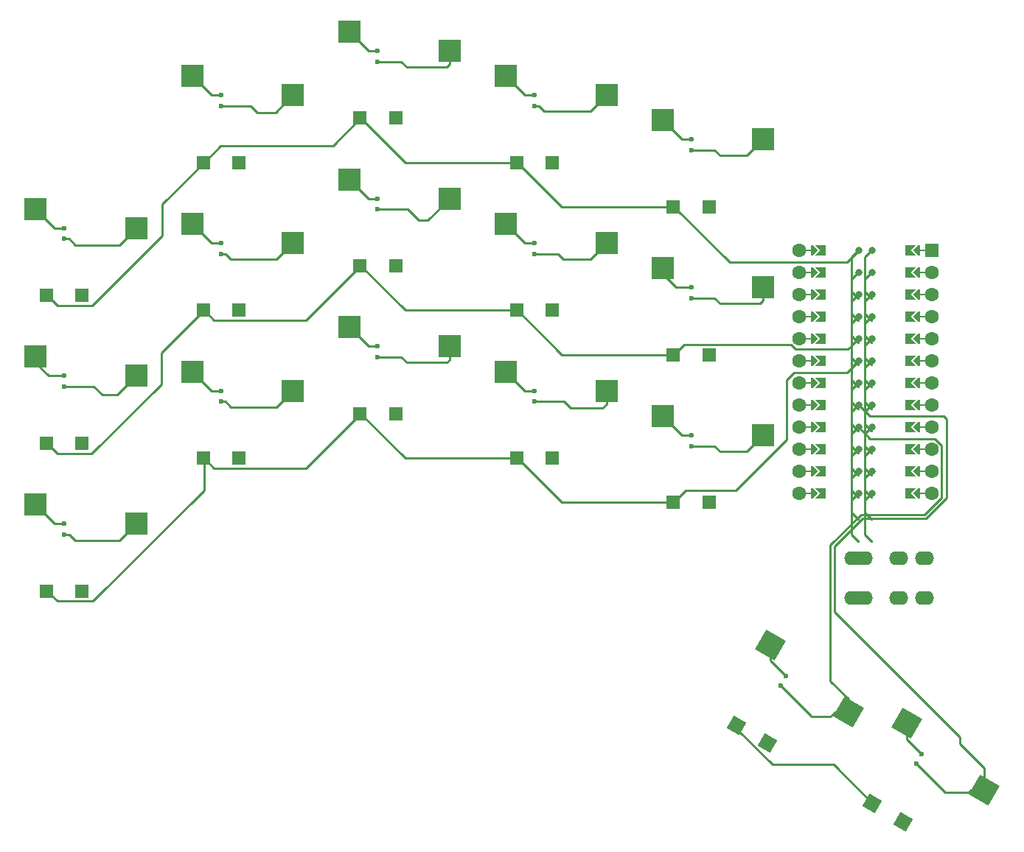
<source format=gbr>
%TF.GenerationSoftware,KiCad,Pcbnew,(6.0.6-1)-1*%
%TF.CreationDate,2022-08-23T15:15:48-05:00*%
%TF.ProjectId,smcboard,736d6362-6f61-4726-942e-6b696361645f,v1.0.0*%
%TF.SameCoordinates,Original*%
%TF.FileFunction,Copper,L2,Bot*%
%TF.FilePolarity,Positive*%
%FSLAX46Y46*%
G04 Gerber Fmt 4.6, Leading zero omitted, Abs format (unit mm)*
G04 Created by KiCad (PCBNEW (6.0.6-1)-1) date 2022-08-23 15:15:48*
%MOMM*%
%LPD*%
G01*
G04 APERTURE LIST*
G04 Aperture macros list*
%AMRotRect*
0 Rectangle, with rotation*
0 The origin of the aperture is its center*
0 $1 length*
0 $2 width*
0 $3 Rotation angle, in degrees counterclockwise*
0 Add horizontal line*
21,1,$1,$2,0,0,$3*%
%AMFreePoly0*
4,1,5,0.125000,-0.500000,-0.125000,-0.500000,-0.125000,0.500000,0.125000,0.500000,0.125000,-0.500000,0.125000,-0.500000,$1*%
%AMFreePoly1*
4,1,6,0.600000,0.200000,0.000000,-0.400000,-0.600000,0.200000,-0.600000,0.400000,0.600000,0.400000,0.600000,0.200000,0.600000,0.200000,$1*%
%AMFreePoly2*
4,1,49,0.004773,0.123721,0.009154,0.124665,0.028961,0.117240,0.062500,0.108253,0.068237,0.102516,0.075053,0.099961,0.087617,0.083136,0.108253,0.062500,0.111178,0.051584,0.117161,0.043572,0.118539,0.024114,0.125000,0.000000,0.121239,-0.014035,0.122131,-0.026629,0.113759,-0.041951,0.108253,-0.062500,0.095644,-0.075109,0.088389,-0.088388,-0.641000,-0.817776,-0.641000,-4.770224,
0.088389,-5.499612,0.109852,-5.528356,0.124665,-5.597154,0.099961,-5.663053,0.043572,-5.705161,-0.026629,-5.710131,-0.088388,-5.676389,-0.854388,-4.910388,-0.867707,-4.892552,-0.871189,-4.889530,-0.871982,-4.886826,-0.875852,-4.881644,-0.882331,-4.851549,-0.891000,-4.822000,-0.891000,-0.766000,-0.887805,-0.743969,-0.888131,-0.739371,-0.886780,-0.736898,-0.885852,-0.730498,-0.869151,-0.704632,
-0.854388,-0.677612,-0.088388,0.088389,-0.064606,0.106147,-0.062500,0.108253,-0.061385,0.108552,-0.059644,0.109852,-0.043806,0.113262,0.000000,0.125000,0.004773,0.123721,0.004773,0.123721,$1*%
%AMFreePoly3*
4,1,6,0.600000,-0.250000,-0.600000,-0.250000,-0.600000,1.000000,0.000000,0.400000,0.600000,1.000000,0.600000,-0.250000,0.600000,-0.250000,$1*%
G04 Aperture macros list end*
%TA.AperFunction,ComponentPad*%
%ADD10R,1.650000X1.650000*%
%TD*%
%TA.AperFunction,ComponentPad*%
%ADD11C,0.600000*%
%TD*%
%TA.AperFunction,SMDPad,CuDef*%
%ADD12RotRect,2.600000X2.600000X330.000000*%
%TD*%
%TA.AperFunction,ComponentPad*%
%ADD13RotRect,1.650000X1.650000X150.000000*%
%TD*%
%TA.AperFunction,ComponentPad*%
%ADD14RotRect,1.650000X1.650000X330.000000*%
%TD*%
%TA.AperFunction,SMDPad,CuDef*%
%ADD15R,2.600000X2.600000*%
%TD*%
%TA.AperFunction,ComponentPad*%
%ADD16O,2.200000X1.600000*%
%TD*%
%TA.AperFunction,SMDPad,CuDef*%
%ADD17FreePoly0,90.000000*%
%TD*%
%TA.AperFunction,SMDPad,CuDef*%
%ADD18FreePoly1,270.000000*%
%TD*%
%TA.AperFunction,ComponentPad*%
%ADD19C,1.600000*%
%TD*%
%TA.AperFunction,SMDPad,CuDef*%
%ADD20FreePoly0,270.000000*%
%TD*%
%TA.AperFunction,SMDPad,CuDef*%
%ADD21FreePoly1,90.000000*%
%TD*%
%TA.AperFunction,ComponentPad*%
%ADD22R,1.600000X1.600000*%
%TD*%
%TA.AperFunction,ComponentPad*%
%ADD23C,0.800000*%
%TD*%
%TA.AperFunction,SMDPad,CuDef*%
%ADD24FreePoly2,270.000000*%
%TD*%
%TA.AperFunction,SMDPad,CuDef*%
%ADD25FreePoly3,90.000000*%
%TD*%
%TA.AperFunction,SMDPad,CuDef*%
%ADD26FreePoly3,270.000000*%
%TD*%
%TA.AperFunction,SMDPad,CuDef*%
%ADD27FreePoly2,90.000000*%
%TD*%
%TA.AperFunction,Conductor*%
%ADD28C,0.250000*%
%TD*%
G04 APERTURE END LIST*
D10*
%TO.P,D6,1*%
%TO.N,P1*%
X90450000Y-49250000D03*
%TO.P,D6,2*%
%TO.N,ring_top*%
X94550000Y-49250000D03*
%TD*%
D11*
%TO.P,REF\u002A\u002A,1*%
%TO.N,P4*%
X146500000Y-64850000D03*
%TD*%
%TO.P,REF\u002A\u002A,1*%
%TO.N,P4*%
X146500000Y-47850000D03*
%TD*%
%TO.P,REF\u002A\u002A,1*%
%TO.N,P6*%
X110500000Y-71650000D03*
%TD*%
%TO.P,REF\u002A\u002A,1*%
%TO.N,P4*%
X146500000Y-81850000D03*
%TD*%
D12*
%TO.P,S16,1*%
%TO.N,near_thumb*%
X155638767Y-104759649D03*
%TO.P,S16,2*%
%TO.N,P6*%
X164541360Y-112439905D03*
%TD*%
D11*
%TO.P,REF\u002A\u002A,1*%
%TO.N,ring_bottom*%
X92500000Y-75500000D03*
%TD*%
%TO.P,REF\u002A\u002A,1*%
%TO.N,P7*%
X92500000Y-76750000D03*
%TD*%
D10*
%TO.P,D14,1*%
%TO.N,P2*%
X144450000Y-71350000D03*
%TO.P,D14,2*%
%TO.N,inner_home*%
X148550000Y-71350000D03*
%TD*%
D13*
%TO.P,D17,1*%
%TO.N,P9*%
X167313104Y-122989102D03*
D14*
%TO.P,D17,2*%
%TO.N,home_thumb*%
X170863810Y-125039102D03*
%TD*%
D15*
%TO.P,S9,1*%
%TO.N,middle_top*%
X107225000Y-34200000D03*
%TO.P,S9,2*%
%TO.N,P6*%
X118775000Y-36400000D03*
%TD*%
D11*
%TO.P,REF\u002A\u002A,1*%
%TO.N,pinky_bottom*%
X74500000Y-90800000D03*
%TD*%
%TO.P,REF\u002A\u002A,1*%
%TO.N,P8*%
X74500000Y-58050000D03*
%TD*%
D15*
%TO.P,S15,1*%
%TO.N,inner_top*%
X143225000Y-44400000D03*
%TO.P,S15,2*%
%TO.N,P4*%
X154775000Y-46600000D03*
%TD*%
D10*
%TO.P,D12,1*%
%TO.N,P1*%
X126450000Y-49250000D03*
%TO.P,D12,2*%
%TO.N,index_top*%
X130550000Y-49250000D03*
%TD*%
D11*
%TO.P,REF\u002A\u002A,1*%
%TO.N,pinky_home*%
X74500000Y-73800000D03*
%TD*%
%TO.P,REF\u002A\u002A,1*%
%TO.N,P5*%
X128500000Y-59750000D03*
%TD*%
D10*
%TO.P,D5,1*%
%TO.N,P2*%
X90450000Y-66250000D03*
%TO.P,D5,2*%
%TO.N,ring_home*%
X94550000Y-66250000D03*
%TD*%
D16*
%TO.P,REF\u002A\u002A,1*%
%TO.N,VCC*%
X165200000Y-99350000D03*
X165200000Y-94750000D03*
%TO.P,REF\u002A\u002A,2*%
X166300000Y-99350000D03*
X166300000Y-94750000D03*
%TO.P,REF\u002A\u002A,3*%
%TO.N,GND*%
X170300000Y-94750000D03*
X170300000Y-99350000D03*
%TO.P,REF\u002A\u002A,4*%
%TO.N,P0*%
X173300000Y-94750000D03*
X173300000Y-99350000D03*
%TD*%
D10*
%TO.P,D2,1*%
%TO.N,P2*%
X72450000Y-81550000D03*
%TO.P,D2,2*%
%TO.N,pinky_home*%
X76550000Y-81550000D03*
%TD*%
D11*
%TO.P,REF\u002A\u002A,1*%
%TO.N,P8*%
X74500000Y-92050000D03*
%TD*%
D15*
%TO.P,S3,1*%
%TO.N,pinky_top*%
X71225000Y-54600000D03*
%TO.P,S3,2*%
%TO.N,P8*%
X82775000Y-56800000D03*
%TD*%
D10*
%TO.P,D9,1*%
%TO.N,P1*%
X108450000Y-44150000D03*
%TO.P,D9,2*%
%TO.N,middle_top*%
X112550000Y-44150000D03*
%TD*%
D11*
%TO.P,REF\u002A\u002A,1*%
%TO.N,P6*%
X156750000Y-109384937D03*
%TD*%
%TO.P,REF\u002A\u002A,1*%
%TO.N,P7*%
X92500000Y-42750000D03*
%TD*%
D15*
%TO.P,S13,1*%
%TO.N,inner_bottom*%
X143225000Y-78400000D03*
%TO.P,S13,2*%
%TO.N,P4*%
X154775000Y-80600000D03*
%TD*%
D13*
%TO.P,D16,1*%
%TO.N,P9*%
X151724647Y-113989102D03*
D14*
%TO.P,D16,2*%
%TO.N,near_thumb*%
X155275353Y-116039102D03*
%TD*%
D10*
%TO.P,D13,1*%
%TO.N,P3*%
X144450000Y-88350000D03*
%TO.P,D13,2*%
%TO.N,inner_bottom*%
X148550000Y-88350000D03*
%TD*%
D15*
%TO.P,S14,1*%
%TO.N,inner_home*%
X143225000Y-61400000D03*
%TO.P,S14,2*%
%TO.N,P4*%
X154775000Y-63600000D03*
%TD*%
D10*
%TO.P,D10,1*%
%TO.N,P3*%
X126450000Y-83250000D03*
%TO.P,D10,2*%
%TO.N,index_bottom*%
X130550000Y-83250000D03*
%TD*%
D17*
%TO.P,MCU1,*%
%TO.N,*%
X160150000Y-79700000D03*
D18*
X172342000Y-77160000D03*
D19*
X158880000Y-74620000D03*
D18*
X172342000Y-61920000D03*
D17*
X160150000Y-74620000D03*
D18*
X172342000Y-64460000D03*
D20*
X172850000Y-59380000D03*
D19*
X174120000Y-74620000D03*
D17*
X160150000Y-64460000D03*
X160150000Y-82240000D03*
D18*
X172342000Y-87320000D03*
D21*
X160658000Y-87320000D03*
D19*
X158880000Y-79700000D03*
D21*
X160658000Y-69540000D03*
D20*
X172850000Y-67000000D03*
X172850000Y-79700000D03*
D18*
X172342000Y-74620000D03*
D20*
X172850000Y-82240000D03*
D19*
X158880000Y-77160000D03*
D20*
X172850000Y-74620000D03*
D21*
X160658000Y-84780000D03*
D20*
X172850000Y-64460000D03*
D18*
X172342000Y-69540000D03*
D19*
X174120000Y-59380000D03*
X158880000Y-64460000D03*
X158880000Y-87320000D03*
X158880000Y-82240000D03*
X174120000Y-84780000D03*
X174120000Y-82240000D03*
X158880000Y-59380000D03*
X174120000Y-61920000D03*
D22*
X174120000Y-59380000D03*
D17*
X160150000Y-77160000D03*
D19*
X174120000Y-64460000D03*
D18*
X172342000Y-79700000D03*
D21*
X160658000Y-64460000D03*
D17*
X160150000Y-87320000D03*
D20*
X172850000Y-87320000D03*
D17*
X160150000Y-61920000D03*
D20*
X172850000Y-69540000D03*
D18*
X172342000Y-72080000D03*
D21*
X160658000Y-59380000D03*
X160658000Y-79700000D03*
D20*
X172850000Y-72080000D03*
D19*
X158880000Y-84780000D03*
D20*
X172850000Y-61920000D03*
D19*
X174120000Y-87320000D03*
D17*
X160150000Y-84780000D03*
D20*
X172850000Y-77160000D03*
D21*
X160658000Y-61920000D03*
D18*
X172342000Y-82240000D03*
X172342000Y-84780000D03*
D19*
X158880000Y-67000000D03*
D17*
X160150000Y-59380000D03*
D19*
X158880000Y-61920000D03*
D17*
X160150000Y-67000000D03*
D21*
X160658000Y-82240000D03*
X160658000Y-72080000D03*
X160658000Y-74620000D03*
D19*
X158880000Y-72080000D03*
X174120000Y-72080000D03*
D20*
X172850000Y-84780000D03*
D19*
X174120000Y-69540000D03*
D21*
X160658000Y-67000000D03*
D19*
X174120000Y-77160000D03*
X174120000Y-79700000D03*
D17*
X160150000Y-72080000D03*
D21*
X160658000Y-77160000D03*
D17*
X160150000Y-69540000D03*
D18*
X172342000Y-67000000D03*
X172342000Y-59380000D03*
D19*
X174120000Y-67000000D03*
X158880000Y-69540000D03*
D23*
%TO.P,MCU1,1*%
%TO.N,RAW*%
X167262000Y-59380000D03*
D24*
X167262000Y-59380000D03*
D25*
X161674000Y-59380000D03*
%TO.P,MCU1,2*%
%TO.N,N/C*%
X161674000Y-61920000D03*
D23*
%TO.N,GND*%
X167262000Y-61920000D03*
D24*
X167262000Y-61920000D03*
%TO.P,MCU1,3*%
%TO.N,RST*%
X167262000Y-64460000D03*
D25*
X161674000Y-64460000D03*
D23*
X167262000Y-64460000D03*
%TO.P,MCU1,4*%
%TO.N,VCC*%
X167262000Y-67000000D03*
D25*
X161674000Y-67000000D03*
D24*
X167262000Y-67000000D03*
D23*
%TO.P,MCU1,5*%
%TO.N,P21*%
X167262000Y-69540000D03*
D25*
X161674000Y-69540000D03*
D24*
X167262000Y-69540000D03*
%TO.P,MCU1,6*%
%TO.N,P20*%
X167262000Y-72080000D03*
D25*
X161674000Y-72080000D03*
D23*
X167262000Y-72080000D03*
D25*
%TO.P,MCU1,7*%
%TO.N,P19*%
X161674000Y-74620000D03*
D24*
X167262000Y-74620000D03*
D23*
X167262000Y-74620000D03*
D25*
%TO.P,MCU1,8*%
%TO.N,P18*%
X161674000Y-77160000D03*
D24*
X167262000Y-77160000D03*
D23*
X167262000Y-77160000D03*
D24*
%TO.P,MCU1,9*%
%TO.N,P15*%
X167262000Y-79700000D03*
D23*
X167262000Y-79700000D03*
D25*
X161674000Y-79700000D03*
D24*
%TO.P,MCU1,10*%
%TO.N,P14*%
X167262000Y-82240000D03*
D23*
X167262000Y-82240000D03*
D25*
X161674000Y-82240000D03*
%TO.P,MCU1,11*%
%TO.N,P16*%
X161674000Y-84780000D03*
D24*
X167262000Y-84780000D03*
D23*
X167262000Y-84780000D03*
D24*
%TO.P,MCU1,12*%
%TO.N,P10*%
X167262000Y-87320000D03*
D25*
X161674000Y-87320000D03*
D23*
X167262000Y-87320000D03*
%TO.P,MCU1,13*%
%TO.N,P9*%
X165738000Y-87320000D03*
D26*
X171326000Y-87320000D03*
D27*
X165738000Y-87320000D03*
D26*
%TO.P,MCU1,14*%
%TO.N,P8*%
X171326000Y-84780000D03*
D23*
X165738000Y-84780000D03*
D27*
X165738000Y-84780000D03*
D26*
%TO.P,MCU1,15*%
%TO.N,P7*%
X171326000Y-82240000D03*
D23*
X165738000Y-82240000D03*
D27*
X165738000Y-82240000D03*
%TO.P,MCU1,16*%
%TO.N,P6*%
X165738000Y-79700000D03*
D26*
X171326000Y-79700000D03*
D23*
X165738000Y-79700000D03*
D26*
%TO.P,MCU1,17*%
%TO.N,P5*%
X171326000Y-77160000D03*
D27*
X165738000Y-77160000D03*
D23*
X165738000Y-77160000D03*
D27*
%TO.P,MCU1,18*%
%TO.N,P4*%
X165738000Y-74620000D03*
D23*
X165738000Y-74620000D03*
D26*
X171326000Y-74620000D03*
D23*
%TO.P,MCU1,19*%
%TO.N,P3*%
X165738000Y-72080000D03*
D27*
X165738000Y-72080000D03*
D26*
X171326000Y-72080000D03*
%TO.P,MCU1,20*%
%TO.N,P2*%
X171326000Y-69540000D03*
D27*
X165738000Y-69540000D03*
D23*
X165738000Y-69540000D03*
%TO.P,MCU1,21*%
%TO.N,GND*%
X165738000Y-67000000D03*
D27*
X165738000Y-67000000D03*
D26*
X171326000Y-67000000D03*
%TO.P,MCU1,22*%
X171326000Y-64460000D03*
D27*
X165738000Y-64460000D03*
D23*
X165738000Y-64460000D03*
D27*
%TO.P,MCU1,23*%
%TO.N,P0*%
X165738000Y-61920000D03*
D26*
X171326000Y-61920000D03*
D23*
X165738000Y-61920000D03*
D26*
%TO.P,MCU1,24*%
%TO.N,P1*%
X171326000Y-59380000D03*
D27*
X165738000Y-59380000D03*
D23*
X165738000Y-59380000D03*
%TD*%
D11*
%TO.P,REF\u002A\u002A,1*%
%TO.N,P6*%
X110500000Y-37650000D03*
%TD*%
%TO.P,REF\u002A\u002A,1*%
%TO.N,ring_top*%
X92500000Y-41500000D03*
%TD*%
D15*
%TO.P,S7,1*%
%TO.N,middle_bottom*%
X107225000Y-68200000D03*
%TO.P,S7,2*%
%TO.N,P6*%
X118775000Y-70400000D03*
%TD*%
D10*
%TO.P,D7,1*%
%TO.N,P3*%
X108450000Y-78150000D03*
%TO.P,D7,2*%
%TO.N,middle_bottom*%
X112550000Y-78150000D03*
%TD*%
D15*
%TO.P,S12,1*%
%TO.N,index_top*%
X125225000Y-39300000D03*
%TO.P,S12,2*%
%TO.N,P5*%
X136775000Y-41500000D03*
%TD*%
D11*
%TO.P,REF\u002A\u002A,1*%
%TO.N,P8*%
X74500000Y-75050000D03*
%TD*%
D15*
%TO.P,S6,1*%
%TO.N,ring_top*%
X89225000Y-39300000D03*
%TO.P,S6,2*%
%TO.N,P7*%
X100775000Y-41500000D03*
%TD*%
D11*
%TO.P,REF\u002A\u002A,1*%
%TO.N,P5*%
X128500000Y-76750000D03*
%TD*%
%TO.P,REF\u002A\u002A,1*%
%TO.N,inner_home*%
X146500000Y-63600000D03*
%TD*%
D15*
%TO.P,S5,1*%
%TO.N,ring_home*%
X89225000Y-56300000D03*
%TO.P,S5,2*%
%TO.N,P7*%
X100775000Y-58500000D03*
%TD*%
%TO.P,S2,1*%
%TO.N,pinky_home*%
X71225000Y-71600000D03*
%TO.P,S2,2*%
%TO.N,P8*%
X82775000Y-73800000D03*
%TD*%
D11*
%TO.P,REF\u002A\u002A,1*%
%TO.N,index_top*%
X128500000Y-41500000D03*
%TD*%
%TO.P,REF\u002A\u002A,1*%
%TO.N,index_home*%
X128500000Y-58500000D03*
%TD*%
D10*
%TO.P,D15,1*%
%TO.N,P1*%
X144450000Y-54350000D03*
%TO.P,D15,2*%
%TO.N,inner_top*%
X148550000Y-54350000D03*
%TD*%
D11*
%TO.P,REF\u002A\u002A,1*%
%TO.N,index_bottom*%
X128500000Y-75500000D03*
%TD*%
D15*
%TO.P,S1,1*%
%TO.N,pinky_bottom*%
X71225000Y-88600000D03*
%TO.P,S1,2*%
%TO.N,P8*%
X82775000Y-90800000D03*
%TD*%
%TO.P,S8,1*%
%TO.N,middle_home*%
X107225000Y-51200000D03*
%TO.P,S8,2*%
%TO.N,P6*%
X118775000Y-53400000D03*
%TD*%
D11*
%TO.P,REF\u002A\u002A,1*%
%TO.N,middle_top*%
X110500000Y-36400000D03*
%TD*%
D15*
%TO.P,S4,1*%
%TO.N,ring_bottom*%
X89225000Y-73300000D03*
%TO.P,S4,2*%
%TO.N,P7*%
X100775000Y-75500000D03*
%TD*%
D10*
%TO.P,D11,1*%
%TO.N,P2*%
X126450000Y-66250000D03*
%TO.P,D11,2*%
%TO.N,index_home*%
X130550000Y-66250000D03*
%TD*%
D11*
%TO.P,REF\u002A\u002A,1*%
%TO.N,P5*%
X128500000Y-42750000D03*
%TD*%
D10*
%TO.P,D4,1*%
%TO.N,P3*%
X90450000Y-83250000D03*
%TO.P,D4,2*%
%TO.N,ring_bottom*%
X94550000Y-83250000D03*
%TD*%
D11*
%TO.P,REF\u002A\u002A,1*%
%TO.N,near_thumb*%
X157375000Y-108302405D03*
%TD*%
%TO.P,REF\u002A\u002A,1*%
%TO.N,inner_bottom*%
X146500000Y-80600000D03*
%TD*%
%TO.P,REF\u002A\u002A,1*%
%TO.N,ring_home*%
X92500000Y-58500000D03*
%TD*%
D15*
%TO.P,S11,1*%
%TO.N,index_home*%
X125225000Y-56300000D03*
%TO.P,S11,2*%
%TO.N,P5*%
X136775000Y-58500000D03*
%TD*%
D10*
%TO.P,D3,1*%
%TO.N,P1*%
X72450000Y-64550000D03*
%TO.P,D3,2*%
%TO.N,pinky_top*%
X76550000Y-64550000D03*
%TD*%
D11*
%TO.P,REF\u002A\u002A,1*%
%TO.N,pinky_top*%
X74500000Y-56800000D03*
%TD*%
%TO.P,REF\u002A\u002A,1*%
%TO.N,home_thumb*%
X172963457Y-117302405D03*
%TD*%
%TO.P,REF\u002A\u002A,1*%
%TO.N,middle_bottom*%
X110500000Y-70400000D03*
%TD*%
%TO.P,REF\u002A\u002A,1*%
%TO.N,inner_top*%
X146500000Y-46600000D03*
%TD*%
%TO.P,REF\u002A\u002A,1*%
%TO.N,middle_home*%
X110500000Y-53400000D03*
%TD*%
%TO.P,REF\u002A\u002A,1*%
%TO.N,P6*%
X110500000Y-54650000D03*
%TD*%
D15*
%TO.P,S10,1*%
%TO.N,index_bottom*%
X125225000Y-73300000D03*
%TO.P,S10,2*%
%TO.N,P5*%
X136775000Y-75500000D03*
%TD*%
D12*
%TO.P,S17,1*%
%TO.N,home_thumb*%
X171227224Y-113759649D03*
%TO.P,S17,2*%
%TO.N,P5*%
X180129817Y-121439905D03*
%TD*%
D10*
%TO.P,D8,1*%
%TO.N,P2*%
X108450000Y-61150000D03*
%TO.P,D8,2*%
%TO.N,middle_home*%
X112550000Y-61150000D03*
%TD*%
D11*
%TO.P,REF\u002A\u002A,1*%
%TO.N,P5*%
X172338457Y-118384937D03*
%TD*%
%TO.P,REF\u002A\u002A,1*%
%TO.N,P7*%
X92500000Y-59750000D03*
%TD*%
D10*
%TO.P,D1,1*%
%TO.N,P3*%
X72450000Y-98550000D03*
%TO.P,D1,2*%
%TO.N,pinky_bottom*%
X76550000Y-98550000D03*
%TD*%
D28*
%TO.N,pinky_bottom*%
X71225000Y-88600000D02*
X73425000Y-90800000D01*
X73425000Y-90800000D02*
X74500000Y-90800000D01*
%TO.N,P8*%
X75089501Y-58050000D02*
X74500000Y-58050000D01*
X80825000Y-92750000D02*
X75789501Y-92750000D01*
X78860000Y-76000000D02*
X77910000Y-75050000D01*
X75789501Y-92750000D02*
X75089501Y-92050000D01*
X82775000Y-73800000D02*
X80575000Y-76000000D01*
X80575000Y-76000000D02*
X78860000Y-76000000D01*
X82775000Y-56800000D02*
X80825000Y-58750000D01*
X75089501Y-92050000D02*
X74500000Y-92050000D01*
X75789501Y-58750000D02*
X75089501Y-58050000D01*
X80825000Y-58750000D02*
X75789501Y-58750000D01*
X77910000Y-75050000D02*
X74500000Y-75050000D01*
X82775000Y-90800000D02*
X80825000Y-92750000D01*
%TO.N,P3*%
X113650000Y-83250000D02*
X126550000Y-83250000D01*
X158346000Y-73404000D02*
X164414000Y-73404000D01*
X164414000Y-73404000D02*
X165738000Y-72080000D01*
X73700000Y-99700000D02*
X77800000Y-99700000D01*
X91700000Y-84400000D02*
X102300000Y-84400000D01*
X144550000Y-88350000D02*
X145900000Y-87000000D01*
X131650000Y-88350000D02*
X144550000Y-88350000D01*
X102300000Y-84400000D02*
X108550000Y-78150000D01*
X72550000Y-98550000D02*
X73700000Y-99700000D01*
X157500000Y-81125000D02*
X157500000Y-74250000D01*
X90550000Y-83250000D02*
X91700000Y-84400000D01*
X77800000Y-99700000D02*
X90550000Y-86950000D01*
X126550000Y-83250000D02*
X131650000Y-88350000D01*
X157500000Y-74250000D02*
X158346000Y-73404000D01*
X151625000Y-87000000D02*
X157500000Y-81125000D01*
X90550000Y-86950000D02*
X90550000Y-83250000D01*
X145900000Y-87000000D02*
X151625000Y-87000000D01*
X108550000Y-78150000D02*
X113650000Y-83250000D01*
%TO.N,pinky_home*%
X71225000Y-71600000D02*
X71225000Y-72350001D01*
X71225000Y-72350001D02*
X72674999Y-73800000D01*
X72674999Y-73800000D02*
X74500000Y-73800000D01*
%TO.N,P2*%
X108550000Y-61150000D02*
X102300000Y-67400000D01*
X164528000Y-70750000D02*
X165738000Y-69540000D01*
X158484999Y-70750000D02*
X164528000Y-70750000D01*
X144550000Y-71350000D02*
X131650000Y-71350000D01*
X113650000Y-66250000D02*
X108550000Y-61150000D01*
X90550000Y-66250000D02*
X85624999Y-71175001D01*
X91700000Y-67400000D02*
X90550000Y-66250000D01*
X85624999Y-71175001D02*
X85624999Y-74775001D01*
X73750000Y-82750000D02*
X72550000Y-81550000D01*
X131650000Y-71350000D02*
X126550000Y-66250000D01*
X85624999Y-74775001D02*
X77650000Y-82750000D01*
X77650000Y-82750000D02*
X73750000Y-82750000D01*
X102300000Y-67400000D02*
X91700000Y-67400000D01*
X126550000Y-66250000D02*
X113650000Y-66250000D01*
X145700000Y-70200000D02*
X157934999Y-70200000D01*
X144550000Y-71350000D02*
X145700000Y-70200000D01*
X157934999Y-70200000D02*
X158484999Y-70750000D01*
%TO.N,pinky_top*%
X71225000Y-54600000D02*
X73425000Y-56800000D01*
X73425000Y-56800000D02*
X74500000Y-56800000D01*
%TO.N,P1*%
X131650000Y-54350000D02*
X144550000Y-54350000D01*
X126550000Y-49250000D02*
X131650000Y-54350000D01*
X73700000Y-65700000D02*
X77700000Y-65700000D01*
X150904000Y-60704000D02*
X164414000Y-60704000D01*
X164414000Y-60704000D02*
X165738000Y-59380000D01*
X105360499Y-47339501D02*
X108550000Y-44150000D01*
X85750000Y-57650000D02*
X85750000Y-54050000D01*
X77700000Y-65700000D02*
X85750000Y-57650000D01*
X113650000Y-49250000D02*
X126550000Y-49250000D01*
X72550000Y-64550000D02*
X73700000Y-65700000D01*
X92460499Y-47339501D02*
X105360499Y-47339501D01*
X85750000Y-54050000D02*
X90550000Y-49250000D01*
X90550000Y-49250000D02*
X92460499Y-47339501D01*
X144550000Y-54350000D02*
X150904000Y-60704000D01*
X108550000Y-44150000D02*
X113650000Y-49250000D01*
%TO.N,ring_bottom*%
X89225000Y-73300000D02*
X91425000Y-75500000D01*
X91425000Y-75500000D02*
X92500000Y-75500000D01*
%TO.N,P7*%
X96660000Y-43500000D02*
X95910000Y-42750000D01*
X98899999Y-60375001D02*
X93625001Y-60375001D01*
X93625001Y-77375001D02*
X93000000Y-76750000D01*
X93000000Y-59750000D02*
X92500000Y-59750000D01*
X100775000Y-41500000D02*
X98775000Y-43500000D01*
X98775000Y-43500000D02*
X96660000Y-43500000D01*
X100775000Y-75500000D02*
X98899999Y-77375001D01*
X98899999Y-77375001D02*
X93625001Y-77375001D01*
X100775000Y-58500000D02*
X98899999Y-60375001D01*
X95910000Y-42750000D02*
X92500000Y-42750000D01*
X93000000Y-76750000D02*
X92500000Y-76750000D01*
X93625001Y-60375001D02*
X93000000Y-59750000D01*
%TO.N,ring_home*%
X91425000Y-58500000D02*
X92500000Y-58500000D01*
X89225000Y-56300000D02*
X91425000Y-58500000D01*
%TO.N,ring_top*%
X89225000Y-39300000D02*
X91425000Y-41500000D01*
X91425000Y-41500000D02*
X92500000Y-41500000D01*
%TO.N,middle_bottom*%
X109425000Y-70400000D02*
X110500000Y-70400000D01*
X107225000Y-68200000D02*
X109425000Y-70400000D01*
%TO.N,P6*%
X162500000Y-108897434D02*
X162500000Y-93250000D01*
X160250000Y-113000000D02*
X160250000Y-112884937D01*
X118775000Y-36400000D02*
X118775000Y-37950000D01*
X113827895Y-72275001D02*
X113202894Y-71650000D01*
X113202894Y-37650000D02*
X110500000Y-37650000D01*
X118775000Y-53400000D02*
X116250901Y-55924099D01*
X163040249Y-112439905D02*
X162480154Y-113000000D01*
X164541360Y-112439905D02*
X163040249Y-112439905D01*
X118449999Y-38275001D02*
X113827895Y-38275001D01*
X118775000Y-37950000D02*
X118449999Y-38275001D01*
X118775000Y-71950000D02*
X118449999Y-72275001D01*
X116250901Y-55924099D02*
X115184099Y-55924099D01*
X175250000Y-81779009D02*
X174470991Y-81000000D01*
X115184099Y-55924099D02*
X113910000Y-54650000D01*
X164541360Y-112439905D02*
X164541360Y-110938794D01*
X167038000Y-81000000D02*
X165738000Y-79700000D01*
X162500000Y-93250000D02*
X166000000Y-89750000D01*
X118449999Y-72275001D02*
X113827895Y-72275001D01*
X113910000Y-54650000D02*
X110500000Y-54650000D01*
X118775000Y-70400000D02*
X118775000Y-71950000D01*
X174470991Y-81000000D02*
X167038000Y-81000000D01*
X175250000Y-87780991D02*
X175250000Y-81779009D01*
X113827895Y-38275001D02*
X113202894Y-37650000D01*
X162480154Y-113000000D02*
X160250000Y-113000000D01*
X113202894Y-71650000D02*
X110500000Y-71650000D01*
X166000000Y-89750000D02*
X173280991Y-89750000D01*
X173280991Y-89750000D02*
X175250000Y-87780991D01*
X164541360Y-110938794D02*
X162500000Y-108897434D01*
X160250000Y-112884937D02*
X156750000Y-109384937D01*
%TO.N,middle_home*%
X109425000Y-53400000D02*
X110500000Y-53400000D01*
X107225000Y-51200000D02*
X109425000Y-53400000D01*
%TO.N,middle_top*%
X109425000Y-36400000D02*
X110500000Y-36400000D01*
X107225000Y-34200000D02*
X109425000Y-36400000D01*
%TO.N,index_bottom*%
X127425000Y-75500000D02*
X128500000Y-75500000D01*
X125225000Y-73300000D02*
X127425000Y-75500000D01*
%TO.N,P5*%
X178628706Y-121439905D02*
X178391205Y-121677406D01*
X162950000Y-100950000D02*
X162950000Y-93436396D01*
X129000000Y-42750000D02*
X128500000Y-42750000D01*
X132660000Y-77500000D02*
X131910000Y-76750000D01*
X173467387Y-90200000D02*
X175847865Y-87819522D01*
X131910000Y-76750000D02*
X128500000Y-76750000D01*
X177351534Y-115351534D02*
X162950000Y-100950000D01*
X178391205Y-121677406D02*
X175630926Y-121677406D01*
X167008000Y-78430000D02*
X165738000Y-77160000D01*
X136775000Y-77050000D02*
X136325000Y-77500000D01*
X175522866Y-78430000D02*
X167008000Y-78430000D01*
X180129817Y-121439905D02*
X180129817Y-118879817D01*
X134899999Y-43375001D02*
X129625001Y-43375001D01*
X175847865Y-87819522D02*
X175847865Y-78754999D01*
X131827895Y-60375001D02*
X131202894Y-59750000D01*
X180129817Y-121439905D02*
X178628706Y-121439905D01*
X136775000Y-41500000D02*
X134899999Y-43375001D01*
X175630926Y-121677406D02*
X172338457Y-118384937D01*
X175847865Y-78754999D02*
X175522866Y-78430000D01*
X131202894Y-59750000D02*
X128500000Y-59750000D01*
X136775000Y-58500000D02*
X134899999Y-60375001D01*
X162950000Y-93436396D02*
X166186396Y-90200000D01*
X129625001Y-43375001D02*
X129000000Y-42750000D01*
X180129817Y-118879817D02*
X177351534Y-116101534D01*
X136775000Y-75500000D02*
X136775000Y-77050000D01*
X134899999Y-60375001D02*
X131827895Y-60375001D01*
X136325000Y-77500000D02*
X132660000Y-77500000D01*
X166186396Y-90200000D02*
X173467387Y-90200000D01*
X177351534Y-116101534D02*
X177351534Y-115351534D01*
%TO.N,index_home*%
X127425000Y-58500000D02*
X128500000Y-58500000D01*
X125225000Y-56300000D02*
X127425000Y-58500000D01*
%TO.N,index_top*%
X125225000Y-39300000D02*
X127425000Y-41500000D01*
X127425000Y-41500000D02*
X128500000Y-41500000D01*
%TO.N,inner_bottom*%
X145425000Y-80600000D02*
X146500000Y-80600000D01*
X143225000Y-78400000D02*
X145425000Y-80600000D01*
%TO.N,P4*%
X149827895Y-82475001D02*
X149202894Y-81850000D01*
X154775000Y-46600000D02*
X152899999Y-48475001D01*
X154449999Y-65475001D02*
X149827895Y-65475001D01*
X149827895Y-48475001D02*
X149202894Y-47850000D01*
X154775000Y-80600000D02*
X152899999Y-82475001D01*
X152899999Y-82475001D02*
X149827895Y-82475001D01*
X152899999Y-48475001D02*
X149827895Y-48475001D01*
X149827895Y-65475001D02*
X149202894Y-64850000D01*
X149202894Y-64850000D02*
X146500000Y-64850000D01*
X149202894Y-81850000D02*
X146500000Y-81850000D01*
X154775000Y-63600000D02*
X154775000Y-65150000D01*
X149202894Y-47850000D02*
X146500000Y-47850000D01*
X154775000Y-65150000D02*
X154449999Y-65475001D01*
%TO.N,inner_home*%
X143225000Y-62100001D02*
X144724999Y-63600000D01*
X143225000Y-61400000D02*
X143225000Y-62100001D01*
X144724999Y-63600000D02*
X146500000Y-63600000D01*
%TO.N,inner_top*%
X145425000Y-46600000D02*
X146500000Y-46600000D01*
X143225000Y-44400000D02*
X145425000Y-46600000D01*
%TO.N,near_thumb*%
X155638767Y-104759649D02*
X155638767Y-106566172D01*
X155638767Y-106566172D02*
X157375000Y-108302405D01*
%TO.N,P9*%
X162860605Y-118500000D02*
X167399707Y-123039102D01*
X151811250Y-114039102D02*
X151811250Y-114463561D01*
X151811250Y-114463561D02*
X155847689Y-118500000D01*
X155847689Y-118500000D02*
X162860605Y-118500000D01*
%TO.N,home_thumb*%
X171227224Y-115566172D02*
X172963457Y-117302405D01*
X171227224Y-113759649D02*
X171227224Y-115566172D01*
%TD*%
M02*

</source>
